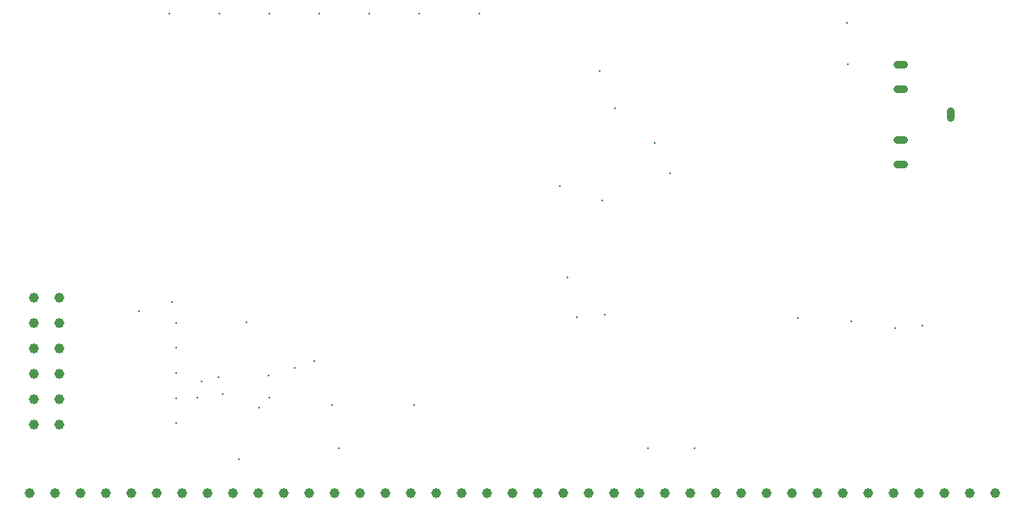
<source format=gbr>
%TF.GenerationSoftware,KiCad,Pcbnew,9.0.1+1*%
%TF.CreationDate,2025-08-26T22:51:47+00:00*%
%TF.ProjectId,rcbus-ymf262,72636275-732d-4796-9d66-3236322e6b69,@version@*%
%TF.SameCoordinates,Original*%
%TF.FileFunction,Plated,1,2,PTH,Mixed*%
%TF.FilePolarity,Positive*%
%FSLAX46Y46*%
G04 Gerber Fmt 4.6, Leading zero omitted, Abs format (unit mm)*
G04 Created by KiCad (PCBNEW 9.0.1+1) date 2025-08-26 22:51:47*
%MOMM*%
%LPD*%
G01*
G04 APERTURE LIST*
%TA.AperFunction,ViaDrill*%
%ADD10C,0.330200*%
%TD*%
G04 aperture for slot hole*
%TA.AperFunction,ComponentDrill*%
%ADD11C,0.800000*%
%TD*%
%TA.AperFunction,ComponentDrill*%
%ADD12C,1.000000*%
%TD*%
G04 APERTURE END LIST*
D10*
X72956600Y-144814800D03*
X76000000Y-115000000D03*
X76280724Y-143919276D03*
X76700000Y-146000000D03*
X76700000Y-148500000D03*
X76700000Y-151000000D03*
X76700000Y-153500000D03*
X76700000Y-156000000D03*
X78805238Y-153471756D03*
X79176756Y-151880846D03*
X80874257Y-151454431D03*
X81000000Y-115000000D03*
X81368224Y-153118224D03*
X82937400Y-159600000D03*
X83731069Y-145881900D03*
X85000000Y-154450000D03*
X85895910Y-151240000D03*
X85983804Y-153449800D03*
X86000000Y-115000000D03*
X88500001Y-150474799D03*
X90500000Y-149817600D03*
X91000000Y-115000000D03*
X92212600Y-154250000D03*
X92955615Y-158503700D03*
X96000000Y-115000000D03*
X100500000Y-154250000D03*
X101000000Y-115000000D03*
X107000000Y-115000000D03*
X115000000Y-132250000D03*
X115800000Y-141400000D03*
X116700000Y-145400000D03*
X119000000Y-120750000D03*
X119250000Y-133750000D03*
X119537412Y-145143729D03*
X120500000Y-124500000D03*
X123800000Y-158500000D03*
X124500000Y-128000000D03*
X126000000Y-131000000D03*
X128485000Y-158500000D03*
X138817400Y-145468100D03*
X143702100Y-115987500D03*
X143800000Y-120100000D03*
X144160700Y-145870000D03*
X148595900Y-146504300D03*
X151293900Y-146295300D03*
D11*
%TO.C,CON1*%
X148719000Y-120095000D02*
X149419000Y-120095000D01*
X148719000Y-122595000D02*
X149419000Y-122595000D01*
X148719000Y-127595000D02*
X149419000Y-127595000D01*
X148719000Y-130095000D02*
X149419000Y-130095000D01*
X154069000Y-124745000D02*
X154069000Y-125445000D01*
D12*
%TO.C,P1*%
X62000000Y-163000000D03*
%TO.C,JP1*%
X62460000Y-143460000D03*
X62460000Y-146000000D03*
X62460000Y-148540000D03*
X62460000Y-151080000D03*
X62460000Y-153620000D03*
X62460000Y-156160000D03*
%TO.C,P1*%
X64540000Y-163000000D03*
%TO.C,JP1*%
X65000000Y-143460000D03*
X65000000Y-146000000D03*
X65000000Y-148540000D03*
X65000000Y-151080000D03*
X65000000Y-153620000D03*
X65000000Y-156160000D03*
%TO.C,P1*%
X67080000Y-163000000D03*
X69620000Y-163000000D03*
X72160000Y-163000000D03*
X74700000Y-163000000D03*
X77240000Y-163000000D03*
X79780000Y-163000000D03*
X82320000Y-163000000D03*
X84860000Y-163000000D03*
X87400000Y-163000000D03*
X89940000Y-163000000D03*
X92480000Y-163000000D03*
X95020000Y-163000000D03*
X97560000Y-163000000D03*
X100100000Y-163000000D03*
X102640000Y-163000000D03*
X105180000Y-163000000D03*
X107720000Y-163000000D03*
X110260000Y-163000000D03*
X112800000Y-163000000D03*
X115340000Y-163000000D03*
X117880000Y-163000000D03*
X120420000Y-163000000D03*
X122960000Y-163000000D03*
X125500000Y-163000000D03*
X128040000Y-163000000D03*
X130580000Y-163000000D03*
X133120000Y-163000000D03*
X135660000Y-163000000D03*
X138200000Y-163000000D03*
X140740000Y-163000000D03*
X143280000Y-163000000D03*
X145820000Y-163000000D03*
X148360000Y-163000000D03*
X150900000Y-163000000D03*
X153440000Y-163000000D03*
X155980000Y-163000000D03*
X158520000Y-163000000D03*
M02*

</source>
